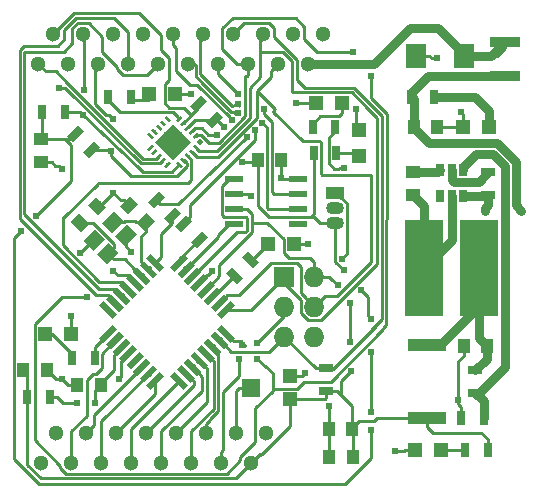
<source format=gbr>
%TF.GenerationSoftware,KiCad,Pcbnew,no-vcs-found-b18601d~60~ubuntu16.04.1*%
%TF.CreationDate,2017-12-04T14:02:50-05:00*%
%TF.ProjectId,as,61732E6B696361645F70636200000000,rev?*%
%TF.SameCoordinates,Original*%
%TF.FileFunction,Copper,L1,Top,Signal*%
%TF.FilePolarity,Positive*%
%FSLAX46Y46*%
G04 Gerber Fmt 4.6, Leading zero omitted, Abs format (unit mm)*
G04 Created by KiCad (PCBNEW no-vcs-found-b18601d~60~ubuntu16.04.1) date Mon Dec  4 14:02:50 2017*
%MOMM*%
%LPD*%
G01*
G04 APERTURE LIST*
%TA.AperFunction,SMDPad,CuDef*%
%ADD10R,1.200000X1.200000*%
%TD*%
%TA.AperFunction,SMDPad,CuDef*%
%ADD11R,1.550000X0.600000*%
%TD*%
%TA.AperFunction,ComponentPad*%
%ADD12C,1.300000*%
%TD*%
%TA.AperFunction,SMDPad,CuDef*%
%ADD13C,0.700000*%
%TD*%
%TA.AperFunction,Conductor*%
%ADD14C,0.100000*%
%TD*%
%TA.AperFunction,ComponentPad*%
%ADD15R,1.727200X1.727200*%
%TD*%
%TA.AperFunction,ComponentPad*%
%ADD16O,1.727200X1.727200*%
%TD*%
%TA.AperFunction,SMDPad,CuDef*%
%ADD17C,0.550000*%
%TD*%
%TA.AperFunction,SMDPad,CuDef*%
%ADD18C,0.230000*%
%TD*%
%TA.AperFunction,SMDPad,CuDef*%
%ADD19C,2.150000*%
%TD*%
%TA.AperFunction,SMDPad,CuDef*%
%ADD20C,0.435000*%
%TD*%
%TA.AperFunction,SMDPad,CuDef*%
%ADD21C,1.200000*%
%TD*%
%TA.AperFunction,SMDPad,CuDef*%
%ADD22R,1.000000X1.250000*%
%TD*%
%TA.AperFunction,SMDPad,CuDef*%
%ADD23C,1.000000*%
%TD*%
%TA.AperFunction,SMDPad,CuDef*%
%ADD24R,1.250000X1.000000*%
%TD*%
%TA.AperFunction,SMDPad,CuDef*%
%ADD25R,1.778000X2.159000*%
%TD*%
%TA.AperFunction,SMDPad,CuDef*%
%ADD26R,2.500000X0.900000*%
%TD*%
%TA.AperFunction,SMDPad,CuDef*%
%ADD27R,3.300000X8.200000*%
%TD*%
%TA.AperFunction,ComponentPad*%
%ADD28O,1.500000X1.070000*%
%TD*%
%TA.AperFunction,ComponentPad*%
%ADD29R,1.500000X1.070000*%
%TD*%
%TA.AperFunction,SMDPad,CuDef*%
%ADD30R,0.700000X1.300000*%
%TD*%
%TA.AperFunction,SMDPad,CuDef*%
%ADD31R,1.300000X0.700000*%
%TD*%
%TA.AperFunction,SMDPad,CuDef*%
%ADD32R,3.200000X1.000000*%
%TD*%
%TA.AperFunction,SMDPad,CuDef*%
%ADD33R,1.500000X1.600000*%
%TD*%
%TA.AperFunction,SMDPad,CuDef*%
%ADD34R,0.650000X1.060000*%
%TD*%
%TA.AperFunction,ViaPad*%
%ADD35C,0.609600*%
%TD*%
%TA.AperFunction,Conductor*%
%ADD36C,0.250000*%
%TD*%
%TA.AperFunction,Conductor*%
%ADD37C,0.254000*%
%TD*%
%TA.AperFunction,Conductor*%
%ADD38C,0.762000*%
%TD*%
G04 APERTURE END LIST*
D10*
%TO.P,D8,1*%
%TO.N,GND*%
X169164000Y-84328000D03*
%TO.P,D8,2*%
%TO.N,Net-(D8-Pad2)*%
X169164000Y-86528000D03*
%TD*%
D11*
%TO.P,U2,1*%
%TO.N,TXCAN*%
X158590000Y-88519000D03*
%TO.P,U2,2*%
%TO.N,GND*%
X158590000Y-89789000D03*
%TO.P,U2,3*%
%TO.N,VCC*%
X158590000Y-91059000D03*
%TO.P,U2,4*%
%TO.N,RXCAN*%
X158590000Y-92329000D03*
%TO.P,U2,5*%
%TO.N,Net-(U2-Pad5)*%
X163990000Y-92329000D03*
%TO.P,U2,6*%
%TO.N,CANL*%
X163990000Y-91059000D03*
%TO.P,U2,7*%
%TO.N,CANH*%
X163990000Y-89789000D03*
%TO.P,U2,8*%
%TO.N,GND*%
X163990000Y-88519000D03*
%TD*%
D10*
%TO.P,D3,2*%
%TO.N,Net-(D3-Pad2)*%
X142580002Y-101600000D03*
%TO.P,D3,1*%
%TO.N,GND*%
X144780000Y-101600000D03*
%TD*%
D12*
%TO.P,J2,5*%
%TO.N,R/W*%
X156210000Y-109982000D03*
%TO.P,J2,3*%
%TO.N,Net-(J2-Pad3)*%
X158750000Y-109982000D03*
%TO.P,J2,1*%
%TO.N,GND*%
X161290000Y-109982000D03*
%TO.P,J2,7*%
%TO.N,DB0*%
X153670000Y-109982000D03*
%TO.P,J2,2*%
%TO.N,VCC*%
X160020000Y-112522000D03*
%TO.P,J2,4*%
%TO.N,RS*%
X157480000Y-112522000D03*
%TO.P,J2,6*%
%TO.N,E*%
X154940000Y-112522000D03*
%TO.P,J2,8*%
%TO.N,DB1*%
X152400000Y-112522000D03*
%TO.P,J2,9*%
%TO.N,DB2*%
X151130000Y-109982000D03*
%TO.P,J2,10*%
%TO.N,DB3*%
X149860000Y-112522000D03*
%TO.P,J2,11*%
%TO.N,DB4*%
X148590000Y-109982000D03*
%TO.P,J2,12*%
%TO.N,DB5*%
X147320000Y-112522000D03*
%TO.P,J2,13*%
%TO.N,DB6*%
X146050000Y-109982000D03*
%TO.P,J2,14*%
%TO.N,DB7*%
X144780000Y-112522000D03*
%TO.P,J2,15*%
%TO.N,VCC*%
X143510000Y-109982000D03*
%TO.P,J2,16*%
%TO.N,GND*%
X142240000Y-112522000D03*
%TD*%
%TO.P,J1,5*%
%TO.N,MISO*%
X161036000Y-76200000D03*
%TO.P,J1,3*%
%TO.N,VCC*%
X163576000Y-76200000D03*
%TO.P,J1,1*%
%TO.N,GND*%
X166115999Y-76200000D03*
%TO.P,J1,7*%
%TO.N,RESET*%
X158496000Y-76200000D03*
%TO.P,J1,2*%
%TO.N,+12V*%
X164846000Y-78740000D03*
%TO.P,J1,4*%
%TO.N,MOSI*%
X162306000Y-78740000D03*
%TO.P,J1,6*%
%TO.N,SCK*%
X159766000Y-78740000D03*
%TO.P,J1,8*%
%TO.N,CANH*%
X157226000Y-78740000D03*
%TO.P,J1,9*%
%TO.N,CANL*%
X155956001Y-76200000D03*
%TO.P,J1,10*%
%TO.N,LED1*%
X154686000Y-78740000D03*
%TO.P,J1,11*%
%TO.N,LED2*%
X153416000Y-76200000D03*
%TO.P,J1,12*%
%TO.N,IMD*%
X152146000Y-78740000D03*
%TO.P,J1,13*%
%TO.N,GND*%
X150876000Y-76200000D03*
%TO.P,J1,14*%
%TO.N,AMS*%
X149606000Y-78740000D03*
%TO.P,J1,15*%
%TO.N,GND*%
X148336000Y-76200000D03*
%TO.P,J1,16*%
%TO.N,SDA*%
X147066000Y-78740000D03*
%TO.P,J1,17*%
%TO.N,SCL*%
X145796000Y-76200000D03*
%TO.P,J1,18*%
%TO.N,INT*%
X144526000Y-78740000D03*
%TO.P,J1,19*%
%TO.N,RST*%
X143255999Y-76200000D03*
%TO.P,J1,20*%
%TO.N,EINT*%
X141986000Y-78740000D03*
%TD*%
D13*
%TO.P,R13,2*%
%TO.N,RST*%
X155538249Y-82132249D03*
D14*
%TD*%
%TO.N,RST*%
%TO.C,R13*%
G36*
X156245356Y-81920117D02*
X155326117Y-82839356D01*
X154831142Y-82344381D01*
X155750381Y-81425142D01*
X156245356Y-81920117D01*
X156245356Y-81920117D01*
G37*
D13*
%TO.P,R13,1*%
%TO.N,+3V3*%
X156881751Y-83475751D03*
D14*
%TD*%
%TO.N,+3V3*%
%TO.C,R13*%
G36*
X157588858Y-83263619D02*
X156669619Y-84182858D01*
X156174644Y-83687883D01*
X157093883Y-82768644D01*
X157588858Y-83263619D01*
X157588858Y-83263619D01*
G37*
D15*
%TO.P,P1,1*%
%TO.N,MISO*%
X162814000Y-96774000D03*
D16*
%TO.P,P1,2*%
%TO.N,VCC*%
X165354000Y-96774000D03*
%TO.P,P1,3*%
%TO.N,SCK*%
X162814000Y-99314000D03*
%TO.P,P1,4*%
%TO.N,MOSI*%
X165354000Y-99314000D03*
%TO.P,P1,5*%
%TO.N,RESET*%
X162814000Y-101853999D03*
%TO.P,P1,6*%
%TO.N,GND*%
X165354000Y-101854000D03*
%TD*%
D17*
%TO.P,IC1,1*%
%TO.N,MISO*%
X157893103Y-99558695D03*
D14*
%TD*%
%TO.N,MISO*%
%TO.C,IC1*%
G36*
X158264334Y-98798555D02*
X158653243Y-99187464D01*
X157521872Y-100318835D01*
X157132963Y-99929926D01*
X158264334Y-98798555D01*
X158264334Y-98798555D01*
G37*
D17*
%TO.P,IC1,2*%
%TO.N,MOSI*%
X157327417Y-98993010D03*
D14*
%TD*%
%TO.N,MOSI*%
%TO.C,IC1*%
G36*
X157698648Y-98232870D02*
X158087557Y-98621779D01*
X156956186Y-99753150D01*
X156567277Y-99364241D01*
X157698648Y-98232870D01*
X157698648Y-98232870D01*
G37*
D17*
%TO.P,IC1,3*%
%TO.N,Net-(IC1-Pad3)*%
X156761732Y-98427324D03*
D14*
%TD*%
%TO.N,Net-(IC1-Pad3)*%
%TO.C,IC1*%
G36*
X157132963Y-97667184D02*
X157521872Y-98056093D01*
X156390501Y-99187464D01*
X156001592Y-98798555D01*
X157132963Y-97667184D01*
X157132963Y-97667184D01*
G37*
D17*
%TO.P,IC1,4*%
%TO.N,VCC*%
X156196047Y-97861639D03*
D14*
%TD*%
%TO.N,VCC*%
%TO.C,IC1*%
G36*
X156567278Y-97101499D02*
X156956187Y-97490408D01*
X155824816Y-98621779D01*
X155435907Y-98232870D01*
X156567278Y-97101499D01*
X156567278Y-97101499D01*
G37*
D17*
%TO.P,IC1,5*%
%TO.N,GND*%
X155630361Y-97295953D03*
D14*
%TD*%
%TO.N,GND*%
%TO.C,IC1*%
G36*
X156001592Y-96535813D02*
X156390501Y-96924722D01*
X155259130Y-98056093D01*
X154870221Y-97667184D01*
X156001592Y-96535813D01*
X156001592Y-96535813D01*
G37*
D17*
%TO.P,IC1,6*%
%TO.N,TXCAN*%
X155064676Y-96730268D03*
D14*
%TD*%
%TO.N,TXCAN*%
%TO.C,IC1*%
G36*
X155435907Y-95970128D02*
X155824816Y-96359037D01*
X154693445Y-97490408D01*
X154304536Y-97101499D01*
X155435907Y-95970128D01*
X155435907Y-95970128D01*
G37*
D17*
%TO.P,IC1,7*%
%TO.N,RXCAN*%
X154498990Y-96164583D03*
D14*
%TD*%
%TO.N,RXCAN*%
%TO.C,IC1*%
G36*
X154870221Y-95404443D02*
X155259130Y-95793352D01*
X154127759Y-96924723D01*
X153738850Y-96535814D01*
X154870221Y-95404443D01*
X154870221Y-95404443D01*
G37*
D17*
%TO.P,IC1,8*%
%TO.N,Net-(IC1-Pad8)*%
X153933305Y-95598897D03*
D14*
%TD*%
%TO.N,Net-(IC1-Pad8)*%
%TO.C,IC1*%
G36*
X154304536Y-94838757D02*
X154693445Y-95227666D01*
X153562074Y-96359037D01*
X153173165Y-95970128D01*
X154304536Y-94838757D01*
X154304536Y-94838757D01*
G37*
D17*
%TO.P,IC1,9*%
%TO.N,Net-(IC1-Pad9)*%
X151882695Y-95598897D03*
D14*
%TD*%
%TO.N,Net-(IC1-Pad9)*%
%TO.C,IC1*%
G36*
X151122555Y-95227666D02*
X151511464Y-94838757D01*
X152642835Y-95970128D01*
X152253926Y-96359037D01*
X151122555Y-95227666D01*
X151122555Y-95227666D01*
G37*
D17*
%TO.P,IC1,10*%
%TO.N,Net-(C5-Pad1)*%
X151317010Y-96164583D03*
D14*
%TD*%
%TO.N,Net-(C5-Pad1)*%
%TO.C,IC1*%
G36*
X150556870Y-95793352D02*
X150945779Y-95404443D01*
X152077150Y-96535814D01*
X151688241Y-96924723D01*
X150556870Y-95793352D01*
X150556870Y-95793352D01*
G37*
D17*
%TO.P,IC1,11*%
%TO.N,Net-(C4-Pad1)*%
X150751324Y-96730268D03*
D14*
%TD*%
%TO.N,Net-(C4-Pad1)*%
%TO.C,IC1*%
G36*
X149991184Y-96359037D02*
X150380093Y-95970128D01*
X151511464Y-97101499D01*
X151122555Y-97490408D01*
X149991184Y-96359037D01*
X149991184Y-96359037D01*
G37*
D17*
%TO.P,IC1,12*%
%TO.N,SCK*%
X150185639Y-97295953D03*
D14*
%TD*%
%TO.N,SCK*%
%TO.C,IC1*%
G36*
X149425499Y-96924722D02*
X149814408Y-96535813D01*
X150945779Y-97667184D01*
X150556870Y-98056093D01*
X149425499Y-96924722D01*
X149425499Y-96924722D01*
G37*
D17*
%TO.P,IC1,13*%
%TO.N,CS*%
X149619953Y-97861639D03*
D14*
%TD*%
%TO.N,CS*%
%TO.C,IC1*%
G36*
X148859813Y-97490408D02*
X149248722Y-97101499D01*
X150380093Y-98232870D01*
X149991184Y-98621779D01*
X148859813Y-97490408D01*
X148859813Y-97490408D01*
G37*
D17*
%TO.P,IC1,14*%
%TO.N,IMD*%
X149054268Y-98427324D03*
D14*
%TD*%
%TO.N,IMD*%
%TO.C,IC1*%
G36*
X148294128Y-98056093D02*
X148683037Y-97667184D01*
X149814408Y-98798555D01*
X149425499Y-99187464D01*
X148294128Y-98056093D01*
X148294128Y-98056093D01*
G37*
D17*
%TO.P,IC1,15*%
%TO.N,AMS*%
X148488583Y-98993010D03*
D14*
%TD*%
%TO.N,AMS*%
%TO.C,IC1*%
G36*
X147728443Y-98621779D02*
X148117352Y-98232870D01*
X149248723Y-99364241D01*
X148859814Y-99753150D01*
X147728443Y-98621779D01*
X147728443Y-98621779D01*
G37*
D17*
%TO.P,IC1,16*%
%TO.N,Net-(IC1-Pad16)*%
X147922897Y-99558695D03*
D14*
%TD*%
%TO.N,Net-(IC1-Pad16)*%
%TO.C,IC1*%
G36*
X147162757Y-99187464D02*
X147551666Y-98798555D01*
X148683037Y-99929926D01*
X148294128Y-100318835D01*
X147162757Y-99187464D01*
X147162757Y-99187464D01*
G37*
D17*
%TO.P,IC1,17*%
%TO.N,Net-(IC1-Pad17)*%
X147922897Y-101609305D03*
D14*
%TD*%
%TO.N,Net-(IC1-Pad17)*%
%TO.C,IC1*%
G36*
X148294128Y-100849165D02*
X148683037Y-101238074D01*
X147551666Y-102369445D01*
X147162757Y-101980536D01*
X148294128Y-100849165D01*
X148294128Y-100849165D01*
G37*
D17*
%TO.P,IC1,18*%
%TO.N,DB7*%
X148488583Y-102174990D03*
D14*
%TD*%
%TO.N,DB7*%
%TO.C,IC1*%
G36*
X148859814Y-101414850D02*
X149248723Y-101803759D01*
X148117352Y-102935130D01*
X147728443Y-102546221D01*
X148859814Y-101414850D01*
X148859814Y-101414850D01*
G37*
D17*
%TO.P,IC1,19*%
%TO.N,Net-(C2-Pad1)*%
X149054268Y-102740676D03*
D14*
%TD*%
%TO.N,Net-(C2-Pad1)*%
%TO.C,IC1*%
G36*
X149425499Y-101980536D02*
X149814408Y-102369445D01*
X148683037Y-103500816D01*
X148294128Y-103111907D01*
X149425499Y-101980536D01*
X149425499Y-101980536D01*
G37*
D17*
%TO.P,IC1,20*%
%TO.N,GND*%
X149619953Y-103306361D03*
D14*
%TD*%
%TO.N,GND*%
%TO.C,IC1*%
G36*
X149991184Y-102546221D02*
X150380093Y-102935130D01*
X149248722Y-104066501D01*
X148859813Y-103677592D01*
X149991184Y-102546221D01*
X149991184Y-102546221D01*
G37*
D17*
%TO.P,IC1,21*%
%TO.N,Net-(IC1-Pad21)*%
X150185639Y-103872047D03*
D14*
%TD*%
%TO.N,Net-(IC1-Pad21)*%
%TO.C,IC1*%
G36*
X150556870Y-103111907D02*
X150945779Y-103500816D01*
X149814408Y-104632187D01*
X149425499Y-104243278D01*
X150556870Y-103111907D01*
X150556870Y-103111907D01*
G37*
D17*
%TO.P,IC1,22*%
%TO.N,DB6*%
X150751324Y-104437732D03*
D14*
%TD*%
%TO.N,DB6*%
%TO.C,IC1*%
G36*
X151122555Y-103677592D02*
X151511464Y-104066501D01*
X150380093Y-105197872D01*
X149991184Y-104808963D01*
X151122555Y-103677592D01*
X151122555Y-103677592D01*
G37*
D17*
%TO.P,IC1,23*%
%TO.N,DB5*%
X151317010Y-105003417D03*
D14*
%TD*%
%TO.N,DB5*%
%TO.C,IC1*%
G36*
X151688241Y-104243277D02*
X152077150Y-104632186D01*
X150945779Y-105763557D01*
X150556870Y-105374648D01*
X151688241Y-104243277D01*
X151688241Y-104243277D01*
G37*
D17*
%TO.P,IC1,24*%
%TO.N,DB4*%
X151882695Y-105569103D03*
D14*
%TD*%
%TO.N,DB4*%
%TO.C,IC1*%
G36*
X152253926Y-104808963D02*
X152642835Y-105197872D01*
X151511464Y-106329243D01*
X151122555Y-105940334D01*
X152253926Y-104808963D01*
X152253926Y-104808963D01*
G37*
D17*
%TO.P,IC1,25*%
%TO.N,DB3*%
X153933305Y-105569103D03*
D14*
%TD*%
%TO.N,DB3*%
%TO.C,IC1*%
G36*
X153173165Y-105197872D02*
X153562074Y-104808963D01*
X154693445Y-105940334D01*
X154304536Y-106329243D01*
X153173165Y-105197872D01*
X153173165Y-105197872D01*
G37*
D17*
%TO.P,IC1,26*%
%TO.N,DB2*%
X154498990Y-105003417D03*
D14*
%TD*%
%TO.N,DB2*%
%TO.C,IC1*%
G36*
X153738850Y-104632186D02*
X154127759Y-104243277D01*
X155259130Y-105374648D01*
X154870221Y-105763557D01*
X153738850Y-104632186D01*
X153738850Y-104632186D01*
G37*
D17*
%TO.P,IC1,27*%
%TO.N,DB1*%
X155064676Y-104437732D03*
D14*
%TD*%
%TO.N,DB1*%
%TO.C,IC1*%
G36*
X154304536Y-104066501D02*
X154693445Y-103677592D01*
X155824816Y-104808963D01*
X155435907Y-105197872D01*
X154304536Y-104066501D01*
X154304536Y-104066501D01*
G37*
D17*
%TO.P,IC1,28*%
%TO.N,DB0*%
X155630361Y-103872047D03*
D14*
%TD*%
%TO.N,DB0*%
%TO.C,IC1*%
G36*
X154870221Y-103500816D02*
X155259130Y-103111907D01*
X156390501Y-104243278D01*
X156001592Y-104632187D01*
X154870221Y-103500816D01*
X154870221Y-103500816D01*
G37*
D17*
%TO.P,IC1,29*%
%TO.N,E*%
X156196047Y-103306361D03*
D14*
%TD*%
%TO.N,E*%
%TO.C,IC1*%
G36*
X155435907Y-102935130D02*
X155824816Y-102546221D01*
X156956187Y-103677592D01*
X156567278Y-104066501D01*
X155435907Y-102935130D01*
X155435907Y-102935130D01*
G37*
D17*
%TO.P,IC1,30*%
%TO.N,R/W*%
X156761732Y-102740676D03*
D14*
%TD*%
%TO.N,R/W*%
%TO.C,IC1*%
G36*
X156001592Y-102369445D02*
X156390501Y-101980536D01*
X157521872Y-103111907D01*
X157132963Y-103500816D01*
X156001592Y-102369445D01*
X156001592Y-102369445D01*
G37*
D17*
%TO.P,IC1,31*%
%TO.N,RESET*%
X157327417Y-102174990D03*
D14*
%TD*%
%TO.N,RESET*%
%TO.C,IC1*%
G36*
X156567277Y-101803759D02*
X156956186Y-101414850D01*
X158087557Y-102546221D01*
X157698648Y-102935130D01*
X156567277Y-101803759D01*
X156567277Y-101803759D01*
G37*
D17*
%TO.P,IC1,32*%
%TO.N,RS*%
X157893103Y-101609305D03*
D14*
%TD*%
%TO.N,RS*%
%TO.C,IC1*%
G36*
X157132963Y-101238074D02*
X157521872Y-100849165D01*
X158653243Y-101980536D01*
X158264334Y-102369445D01*
X157132963Y-101238074D01*
X157132963Y-101238074D01*
G37*
D10*
%TO.P,D2,1*%
%TO.N,GND*%
X163659999Y-93980000D03*
%TO.P,D2,2*%
%TO.N,Net-(D2-Pad2)*%
X161460001Y-93980000D03*
%TD*%
D18*
%TO.P,U3,1*%
%TO.N,SCK*%
X155342866Y-84831348D03*
D14*
%TD*%
%TO.N,SCK*%
%TO.C,U3*%
G36*
X155456003Y-84555576D02*
X155618638Y-84718211D01*
X155229729Y-85107120D01*
X155067094Y-84944485D01*
X155456003Y-84555576D01*
X155456003Y-84555576D01*
G37*
D18*
%TO.P,U3,2*%
%TO.N,GND*%
X154989313Y-84477794D03*
D14*
%TD*%
%TO.N,GND*%
%TO.C,U3*%
G36*
X155102450Y-84202022D02*
X155265085Y-84364657D01*
X154876176Y-84753566D01*
X154713541Y-84590931D01*
X155102450Y-84202022D01*
X155102450Y-84202022D01*
G37*
D18*
%TO.P,U3,3*%
%TO.N,+3V3*%
X154635759Y-84124241D03*
D14*
%TD*%
%TO.N,+3V3*%
%TO.C,U3*%
G36*
X154748896Y-83848469D02*
X154911531Y-84011104D01*
X154522622Y-84400013D01*
X154359987Y-84237378D01*
X154748896Y-83848469D01*
X154748896Y-83848469D01*
G37*
D18*
%TO.P,U3,4*%
%TO.N,RST*%
X154282206Y-83770687D03*
D14*
%TD*%
%TO.N,RST*%
%TO.C,U3*%
G36*
X154395343Y-83494915D02*
X154557978Y-83657550D01*
X154169069Y-84046459D01*
X154006434Y-83883824D01*
X154395343Y-83494915D01*
X154395343Y-83494915D01*
G37*
D18*
%TO.P,U3,5*%
%TO.N,GPIO_0*%
X153928652Y-83417134D03*
D14*
%TD*%
%TO.N,GPIO_0*%
%TO.C,U3*%
G36*
X154041789Y-83141362D02*
X154204424Y-83303997D01*
X153815515Y-83692906D01*
X153652880Y-83530271D01*
X154041789Y-83141362D01*
X154041789Y-83141362D01*
G37*
D18*
%TO.P,U3,6*%
%TO.N,Net-(U3-Pad6)*%
X152903348Y-83417134D03*
D14*
%TD*%
%TO.N,Net-(U3-Pad6)*%
%TO.C,U3*%
G36*
X152790211Y-83141362D02*
X153179120Y-83530271D01*
X153016485Y-83692906D01*
X152627576Y-83303997D01*
X152790211Y-83141362D01*
X152790211Y-83141362D01*
G37*
D18*
%TO.P,U3,7*%
%TO.N,Net-(U3-Pad7)*%
X152549794Y-83770687D03*
D14*
%TD*%
%TO.N,Net-(U3-Pad7)*%
%TO.C,U3*%
G36*
X152436657Y-83494915D02*
X152825566Y-83883824D01*
X152662931Y-84046459D01*
X152274022Y-83657550D01*
X152436657Y-83494915D01*
X152436657Y-83494915D01*
G37*
D18*
%TO.P,U3,8*%
%TO.N,Net-(U3-Pad8)*%
X152196241Y-84124241D03*
D14*
%TD*%
%TO.N,Net-(U3-Pad8)*%
%TO.C,U3*%
G36*
X152083104Y-83848469D02*
X152472013Y-84237378D01*
X152309378Y-84400013D01*
X151920469Y-84011104D01*
X152083104Y-83848469D01*
X152083104Y-83848469D01*
G37*
D18*
%TO.P,U3,9*%
%TO.N,Net-(U3-Pad9)*%
X151842687Y-84477794D03*
D14*
%TD*%
%TO.N,Net-(U3-Pad9)*%
%TO.C,U3*%
G36*
X151729550Y-84202022D02*
X152118459Y-84590931D01*
X151955824Y-84753566D01*
X151566915Y-84364657D01*
X151729550Y-84202022D01*
X151729550Y-84202022D01*
G37*
D18*
%TO.P,U3,10*%
%TO.N,Net-(U3-Pad10)*%
X151489134Y-84831348D03*
D14*
%TD*%
%TO.N,Net-(U3-Pad10)*%
%TO.C,U3*%
G36*
X151375997Y-84555576D02*
X151764906Y-84944485D01*
X151602271Y-85107120D01*
X151213362Y-84718211D01*
X151375997Y-84555576D01*
X151375997Y-84555576D01*
G37*
D18*
%TO.P,U3,11*%
%TO.N,Net-(U3-Pad11)*%
X151489134Y-85856652D03*
D14*
%TD*%
%TO.N,Net-(U3-Pad11)*%
%TO.C,U3*%
G36*
X151602271Y-85580880D02*
X151764906Y-85743515D01*
X151375997Y-86132424D01*
X151213362Y-85969789D01*
X151602271Y-85580880D01*
X151602271Y-85580880D01*
G37*
D18*
%TO.P,U3,12*%
%TO.N,Net-(U3-Pad12)*%
X151842687Y-86210206D03*
D14*
%TD*%
%TO.N,Net-(U3-Pad12)*%
%TO.C,U3*%
G36*
X151955824Y-85934434D02*
X152118459Y-86097069D01*
X151729550Y-86485978D01*
X151566915Y-86323343D01*
X151955824Y-85934434D01*
X151955824Y-85934434D01*
G37*
D18*
%TO.P,U3,13*%
%TO.N,EINT*%
X152196241Y-86563759D03*
D14*
%TD*%
%TO.N,EINT*%
%TO.C,U3*%
G36*
X152309378Y-86287987D02*
X152472013Y-86450622D01*
X152083104Y-86839531D01*
X151920469Y-86676896D01*
X152309378Y-86287987D01*
X152309378Y-86287987D01*
G37*
D18*
%TO.P,U3,14*%
%TO.N,INT*%
X152549794Y-86917313D03*
D14*
%TD*%
%TO.N,INT*%
%TO.C,U3*%
G36*
X152662931Y-86641541D02*
X152825566Y-86804176D01*
X152436657Y-87193085D01*
X152274022Y-87030450D01*
X152662931Y-86641541D01*
X152662931Y-86641541D01*
G37*
D18*
%TO.P,U3,15*%
%TO.N,Net-(U3-Pad15)*%
X152903348Y-87270866D03*
D14*
%TD*%
%TO.N,Net-(U3-Pad15)*%
%TO.C,U3*%
G36*
X153016485Y-86995094D02*
X153179120Y-87157729D01*
X152790211Y-87546638D01*
X152627576Y-87384003D01*
X153016485Y-86995094D01*
X153016485Y-86995094D01*
G37*
D18*
%TO.P,U3,16*%
%TO.N,SCL*%
X153928652Y-87270866D03*
D14*
%TD*%
%TO.N,SCL*%
%TO.C,U3*%
G36*
X153815515Y-86995094D02*
X154204424Y-87384003D01*
X154041789Y-87546638D01*
X153652880Y-87157729D01*
X153815515Y-86995094D01*
X153815515Y-86995094D01*
G37*
D18*
%TO.P,U3,17*%
%TO.N,SDA*%
X154282206Y-86917313D03*
D14*
%TD*%
%TO.N,SDA*%
%TO.C,U3*%
G36*
X154169069Y-86641541D02*
X154557978Y-87030450D01*
X154395343Y-87193085D01*
X154006434Y-86804176D01*
X154169069Y-86641541D01*
X154169069Y-86641541D01*
G37*
D18*
%TO.P,U3,18*%
%TO.N,CS*%
X154635759Y-86563759D03*
D14*
%TD*%
%TO.N,CS*%
%TO.C,U3*%
G36*
X154522622Y-86287987D02*
X154911531Y-86676896D01*
X154748896Y-86839531D01*
X154359987Y-86450622D01*
X154522622Y-86287987D01*
X154522622Y-86287987D01*
G37*
D18*
%TO.P,U3,19*%
%TO.N,MOSI*%
X154989313Y-86210206D03*
D14*
%TD*%
%TO.N,MOSI*%
%TO.C,U3*%
G36*
X154876176Y-85934434D02*
X155265085Y-86323343D01*
X155102450Y-86485978D01*
X154713541Y-86097069D01*
X154876176Y-85934434D01*
X154876176Y-85934434D01*
G37*
D18*
%TO.P,U3,20*%
%TO.N,MISO*%
X155342866Y-85856652D03*
D14*
%TD*%
%TO.N,MISO*%
%TO.C,U3*%
G36*
X155229729Y-85580880D02*
X155618638Y-85969789D01*
X155456003Y-86132424D01*
X155067094Y-85743515D01*
X155229729Y-85580880D01*
X155229729Y-85580880D01*
G37*
D19*
%TO.P,U3,GND*%
%TO.N,GND*%
X153416000Y-85344000D03*
D14*
%TD*%
%TO.N,GND*%
%TO.C,U3*%
G36*
X153416000Y-83823720D02*
X154936280Y-85344000D01*
X153416000Y-86864280D01*
X151895720Y-85344000D01*
X153416000Y-83823720D01*
X153416000Y-83823720D01*
G37*
D20*
%TO.P,U3,*%
%TO.N,*%
X155682277Y-85344000D03*
D14*
%TD*%
%TO.N,*%
%TO.C,U3*%
G36*
X155682277Y-85036409D02*
X155989868Y-85344000D01*
X155682277Y-85651591D01*
X155374686Y-85344000D01*
X155682277Y-85036409D01*
X155682277Y-85036409D01*
G37*
D10*
%TO.P,D6,2*%
%TO.N,Net-(D6-Pad2)*%
X151384000Y-81280000D03*
%TO.P,D6,1*%
%TO.N,GND*%
X153584000Y-81280000D03*
%TD*%
D21*
%TO.P,Y1,1*%
%TO.N,Net-(C4-Pad1)*%
X147869868Y-94815503D03*
D14*
%TD*%
%TO.N,Net-(C4-Pad1)*%
%TO.C,Y1*%
G36*
X147799157Y-95734742D02*
X146950629Y-94886214D01*
X147940579Y-93896264D01*
X148789107Y-94744792D01*
X147799157Y-95734742D01*
X147799157Y-95734742D01*
G37*
D21*
%TO.P,Y1,2*%
%TO.N,GND*%
X149425503Y-93259868D03*
D14*
%TD*%
%TO.N,GND*%
%TO.C,Y1*%
G36*
X149354792Y-94179107D02*
X148506264Y-93330579D01*
X149496214Y-92340629D01*
X150344742Y-93189157D01*
X149354792Y-94179107D01*
X149354792Y-94179107D01*
G37*
D21*
%TO.P,Y1,3*%
%TO.N,Net-(C5-Pad1)*%
X148294132Y-92128497D03*
D14*
%TD*%
%TO.N,Net-(C5-Pad1)*%
%TO.C,Y1*%
G36*
X148223421Y-93047736D02*
X147374893Y-92199208D01*
X148364843Y-91209258D01*
X149213371Y-92057786D01*
X148223421Y-93047736D01*
X148223421Y-93047736D01*
G37*
D21*
%TO.P,Y1,4*%
%TO.N,GND*%
X146738497Y-93684132D03*
D14*
%TD*%
%TO.N,GND*%
%TO.C,Y1*%
G36*
X146667786Y-94603371D02*
X145819258Y-93754843D01*
X146809208Y-92764893D01*
X147657736Y-93613421D01*
X146667786Y-94603371D01*
X146667786Y-94603371D01*
G37*
D22*
%TO.P,C1,1*%
%TO.N,VCC*%
X140732000Y-104648000D03*
%TO.P,C1,2*%
%TO.N,GND*%
X142732000Y-104648000D03*
%TD*%
%TO.P,C2,1*%
%TO.N,Net-(C2-Pad1)*%
X147304000Y-105918000D03*
%TO.P,C2,2*%
%TO.N,GND*%
X145304000Y-105918000D03*
%TD*%
%TO.P,C3,2*%
%TO.N,GND*%
X175768000Y-84074000D03*
%TO.P,C3,1*%
%TO.N,Net-(C3-Pad1)*%
X173768000Y-84074000D03*
%TD*%
D23*
%TO.P,C4,1*%
%TO.N,Net-(C4-Pad1)*%
X145542000Y-92202000D03*
D14*
%TD*%
%TO.N,Net-(C4-Pad1)*%
%TO.C,C4*%
G36*
X145630388Y-92997495D02*
X144746505Y-92113612D01*
X145453612Y-91406505D01*
X146337495Y-92290388D01*
X145630388Y-92997495D01*
X145630388Y-92997495D01*
G37*
D23*
%TO.P,C4,2*%
%TO.N,GND*%
X146956214Y-90787786D03*
D14*
%TD*%
%TO.N,GND*%
%TO.C,C4*%
G36*
X147044602Y-91583281D02*
X146160719Y-90699398D01*
X146867826Y-89992291D01*
X147751709Y-90876174D01*
X147044602Y-91583281D01*
X147044602Y-91583281D01*
G37*
D23*
%TO.P,C5,2*%
%TO.N,GND*%
X149660893Y-90732893D03*
D14*
%TD*%
%TO.N,GND*%
%TO.C,C5*%
G36*
X150456388Y-90644505D02*
X149572505Y-91528388D01*
X148865398Y-90821281D01*
X149749281Y-89937398D01*
X150456388Y-90644505D01*
X150456388Y-90644505D01*
G37*
D23*
%TO.P,C5,1*%
%TO.N,Net-(C5-Pad1)*%
X151075107Y-92147107D03*
D14*
%TD*%
%TO.N,Net-(C5-Pad1)*%
%TO.C,C5*%
G36*
X151870602Y-92058719D02*
X150986719Y-92942602D01*
X150279612Y-92235495D01*
X151163495Y-91351612D01*
X151870602Y-92058719D01*
X151870602Y-92058719D01*
G37*
D24*
%TO.P,C6,2*%
%TO.N,Net-(C6-Pad2)*%
X173736000Y-89900000D03*
%TO.P,C6,1*%
%TO.N,Net-(C6-Pad1)*%
X173736000Y-87900000D03*
%TD*%
D22*
%TO.P,C7,2*%
%TO.N,GND*%
X177993796Y-102608342D03*
%TO.P,C7,1*%
%TO.N,Net-(C7-Pad1)*%
X179993796Y-102608342D03*
%TD*%
%TO.P,C8,1*%
%TO.N,VCC*%
X168640000Y-112014000D03*
%TO.P,C8,2*%
%TO.N,GND*%
X166640000Y-112014000D03*
%TD*%
%TO.P,C9,2*%
%TO.N,GND*%
X166580466Y-109696262D03*
%TO.P,C9,1*%
%TO.N,VCC*%
X168580466Y-109696262D03*
%TD*%
%TO.P,C10,1*%
%TO.N,+3V3*%
X160560000Y-86868000D03*
%TO.P,C10,2*%
%TO.N,GND*%
X162560000Y-86868000D03*
%TD*%
D24*
%TO.P,C11,1*%
%TO.N,+3V3*%
X142240000Y-85106000D03*
%TO.P,C11,2*%
%TO.N,GND*%
X142240000Y-87106000D03*
%TD*%
D10*
%TO.P,D1,2*%
%TO.N,Net-(D1-Pad2)*%
X180170000Y-84074000D03*
%TO.P,D1,1*%
%TO.N,GND*%
X177970000Y-84074000D03*
%TD*%
%TO.P,D4,2*%
%TO.N,Net-(D4-Pad2)*%
X176098545Y-111447295D03*
%TO.P,D4,1*%
%TO.N,GND*%
X173898545Y-111447295D03*
%TD*%
D25*
%TO.P,D5,2*%
%TO.N,GND*%
X173990000Y-78105000D03*
%TO.P,D5,1*%
%TO.N,+12V*%
X178054000Y-78105000D03*
%TD*%
D10*
%TO.P,D7,1*%
%TO.N,GND*%
X165524000Y-82042000D03*
%TO.P,D7,2*%
%TO.N,Net-(D7-Pad2)*%
X167724000Y-82042000D03*
%TD*%
D26*
%TO.P,F1,1*%
%TO.N,+12V*%
X181483000Y-76909000D03*
%TO.P,F1,2*%
%TO.N,Net-(C3-Pad1)*%
X181483000Y-79809000D03*
%TD*%
D27*
%TO.P,L1,1*%
%TO.N,Net-(C6-Pad2)*%
X174624000Y-96012000D03*
%TO.P,L1,2*%
%TO.N,Net-(C7-Pad1)*%
X179324000Y-96012000D03*
%TD*%
D28*
%TO.P,Q1,2*%
%TO.N,GND*%
X167132000Y-90932000D03*
%TO.P,Q1,3*%
%TO.N,+3V3*%
X167132000Y-92202000D03*
D29*
%TO.P,Q1,1*%
%TO.N,VCC*%
X167132000Y-89662000D03*
%TD*%
D30*
%TO.P,R1,1*%
%TO.N,VCC*%
X141036000Y-106934000D03*
%TO.P,R1,2*%
%TO.N,Net-(C2-Pad1)*%
X142936000Y-106934000D03*
%TD*%
%TO.P,R2,1*%
%TO.N,Net-(C3-Pad1)*%
X173548000Y-81534000D03*
%TO.P,R2,2*%
%TO.N,Net-(D1-Pad2)*%
X175448000Y-81534000D03*
%TD*%
D31*
%TO.P,R3,2*%
%TO.N,Net-(R3-Pad2)*%
X180086000Y-87950000D03*
%TO.P,R3,1*%
%TO.N,Net-(C3-Pad1)*%
X180086000Y-89850000D03*
%TD*%
D30*
%TO.P,R4,2*%
%TO.N,Net-(IC1-Pad17)*%
X146745999Y-103632000D03*
%TO.P,R4,1*%
%TO.N,Net-(D3-Pad2)*%
X144846001Y-103632000D03*
%TD*%
D13*
%TO.P,R5,1*%
%TO.N,Net-(D2-Pad2)*%
X159929751Y-95340249D03*
D14*
%TD*%
%TO.N,Net-(D2-Pad2)*%
%TO.C,R5*%
G36*
X159717619Y-94633142D02*
X160636858Y-95552381D01*
X160141883Y-96047356D01*
X159222644Y-95128117D01*
X159717619Y-94633142D01*
X159717619Y-94633142D01*
G37*
D13*
%TO.P,R5,2*%
%TO.N,Net-(IC1-Pad3)*%
X158586249Y-96683751D03*
D14*
%TD*%
%TO.N,Net-(IC1-Pad3)*%
%TO.C,R5*%
G36*
X158374117Y-95976644D02*
X159293356Y-96895883D01*
X158798381Y-97390858D01*
X157879142Y-96471619D01*
X158374117Y-95976644D01*
X158374117Y-95976644D01*
G37*
D31*
%TO.P,R6,2*%
%TO.N,RESET*%
X166370000Y-104526002D03*
%TO.P,R6,1*%
%TO.N,VCC*%
X166370000Y-106426000D03*
%TD*%
D13*
%TO.P,R7,1*%
%TO.N,LED2*%
X151982249Y-90260249D03*
D14*
%TD*%
%TO.N,LED2*%
%TO.C,R7*%
G36*
X151275142Y-90472381D02*
X152194381Y-89553142D01*
X152689356Y-90048117D01*
X151770117Y-90967356D01*
X151275142Y-90472381D01*
X151275142Y-90472381D01*
G37*
D13*
%TO.P,R7,2*%
%TO.N,Net-(IC1-Pad9)*%
X153325751Y-91603751D03*
D14*
%TD*%
%TO.N,Net-(IC1-Pad9)*%
%TO.C,R7*%
G36*
X152618644Y-91815883D02*
X153537883Y-90896644D01*
X154032858Y-91391619D01*
X153113619Y-92310858D01*
X152618644Y-91815883D01*
X152618644Y-91815883D01*
G37*
D13*
%TO.P,R8,2*%
%TO.N,Net-(IC1-Pad8)*%
X155611751Y-93635751D03*
D14*
%TD*%
%TO.N,Net-(IC1-Pad8)*%
%TO.C,R8*%
G36*
X154904644Y-93847883D02*
X155823883Y-92928644D01*
X156318858Y-93423619D01*
X155399619Y-94342858D01*
X154904644Y-93847883D01*
X154904644Y-93847883D01*
G37*
D13*
%TO.P,R8,1*%
%TO.N,LED1*%
X154268249Y-92292249D03*
D14*
%TD*%
%TO.N,LED1*%
%TO.C,R8*%
G36*
X153561142Y-92504381D02*
X154480381Y-91585142D01*
X154975356Y-92080117D01*
X154056117Y-92999356D01*
X153561142Y-92504381D01*
X153561142Y-92504381D01*
G37*
D30*
%TO.P,R9,2*%
%TO.N,GND*%
X177789796Y-108704342D03*
%TO.P,R9,1*%
%TO.N,Net-(R10-Pad1)*%
X179689796Y-108704342D03*
%TD*%
D31*
%TO.P,R10,1*%
%TO.N,Net-(R10-Pad1)*%
X178993796Y-106606342D03*
%TO.P,R10,2*%
%TO.N,Net-(C7-Pad1)*%
X178993796Y-104706342D03*
%TD*%
D32*
%TO.P,R11,1*%
%TO.N,VCC*%
X174929796Y-108756342D03*
%TO.P,R11,2*%
%TO.N,Net-(C7-Pad1)*%
X174929796Y-102556342D03*
%TD*%
D30*
%TO.P,R12,1*%
%TO.N,VCC*%
X180020000Y-111447295D03*
%TO.P,R12,2*%
%TO.N,Net-(D4-Pad2)*%
X178120000Y-111447295D03*
%TD*%
%TO.P,R14,1*%
%TO.N,SCL*%
X144206000Y-82804000D03*
%TO.P,R14,2*%
%TO.N,+3V3*%
X142306000Y-82804000D03*
%TD*%
D13*
%TO.P,R15,2*%
%TO.N,SDA*%
X146467751Y-86015751D03*
D14*
%TD*%
%TO.N,SDA*%
%TO.C,R15*%
G36*
X145760644Y-86227883D02*
X146679883Y-85308644D01*
X147174858Y-85803619D01*
X146255619Y-86722858D01*
X145760644Y-86227883D01*
X145760644Y-86227883D01*
G37*
D13*
%TO.P,R15,1*%
%TO.N,+3V3*%
X145124249Y-84672249D03*
D14*
%TD*%
%TO.N,+3V3*%
%TO.C,R15*%
G36*
X144417142Y-84884381D02*
X145336381Y-83965142D01*
X145831356Y-84460117D01*
X144912117Y-85379356D01*
X144417142Y-84884381D01*
X144417142Y-84884381D01*
G37*
D30*
%TO.P,R16,1*%
%TO.N,GPIO_0*%
X147894001Y-81534000D03*
%TO.P,R16,2*%
%TO.N,Net-(D6-Pad2)*%
X149793999Y-81534000D03*
%TD*%
%TO.P,R17,2*%
%TO.N,Net-(D7-Pad2)*%
X165229873Y-84127135D03*
%TO.P,R17,1*%
%TO.N,VCC*%
X167129873Y-84127135D03*
%TD*%
%TO.P,R18,1*%
%TO.N,+3V3*%
X165290873Y-86286135D03*
%TO.P,R18,2*%
%TO.N,Net-(D8-Pad2)*%
X167190873Y-86286135D03*
%TD*%
D10*
%TO.P,RV1,3*%
%TO.N,GND*%
X163270000Y-105172000D03*
D33*
%TO.P,RV1,2*%
%TO.N,Net-(J2-Pad3)*%
X160020000Y-106172000D03*
D10*
%TO.P,RV1,1*%
%TO.N,VCC*%
X163270000Y-107172000D03*
%TD*%
D34*
%TO.P,U1,1*%
%TO.N,GND*%
X176022000Y-89916000D03*
%TO.P,U1,2*%
%TO.N,Net-(C6-Pad2)*%
X176972000Y-89916000D03*
%TO.P,U1,3*%
%TO.N,Net-(C3-Pad1)*%
X177922000Y-89916000D03*
%TO.P,U1,4*%
%TO.N,Net-(R10-Pad1)*%
X177922000Y-87716000D03*
%TO.P,U1,6*%
%TO.N,Net-(C6-Pad1)*%
X176022000Y-87716000D03*
%TO.P,U1,5*%
%TO.N,Net-(R3-Pad2)*%
X176972000Y-87716000D03*
%TD*%
D35*
%TO.N,VCC*%
X167714200Y-95250000D03*
X167894000Y-87555800D03*
X167894000Y-87555800D03*
X168486340Y-104732340D03*
X168369908Y-102329908D03*
X168402000Y-98983052D03*
X167355322Y-97505322D03*
X167355322Y-97505322D03*
%TO.N,GND*%
X177546000Y-107188000D03*
X153416000Y-85344000D03*
X177800000Y-82804000D03*
X164846000Y-93980000D03*
X159975800Y-89916000D03*
X162560000Y-88392000D03*
X144780000Y-100076000D03*
X144018000Y-105410000D03*
X156718000Y-96266000D03*
X154940000Y-81280000D03*
X157129555Y-84739556D03*
X148844000Y-105410000D03*
X166624000Y-107696000D03*
X164592000Y-104902000D03*
X145542000Y-94742000D03*
X144018000Y-87630000D03*
X149860000Y-94642893D03*
X148336000Y-89662000D03*
X175768000Y-78232000D03*
X168910000Y-82550000D03*
X163830000Y-82042000D03*
X172212000Y-111506000D03*
%TO.N,Net-(C2-Pad1)*%
X146812000Y-107442000D03*
X145288000Y-107442000D03*
%TO.N,Net-(C3-Pad1)*%
X182880000Y-91186000D03*
X179832000Y-91186000D03*
%TO.N,+3V3*%
X140558322Y-92867678D03*
X167832644Y-96204644D03*
X167832644Y-96204644D03*
X169278433Y-97904433D03*
X170180000Y-100330000D03*
X170180000Y-100330000D03*
X170180000Y-103124000D03*
X170180000Y-108204000D03*
X170180000Y-109728000D03*
X170180000Y-109728000D03*
X170180000Y-109728000D03*
X141809303Y-91616697D03*
X159233393Y-87097393D03*
X157734000Y-84074000D03*
%TO.N,SCK*%
X170180000Y-79756000D03*
X168656000Y-77724000D03*
X146118598Y-98483402D03*
X146118598Y-98483402D03*
X160528000Y-102362000D03*
X160528000Y-102362000D03*
X160528000Y-103701400D03*
X148336000Y-96266000D03*
%TO.N,RS*%
X159004000Y-103701400D03*
X159004000Y-103701400D03*
X159258000Y-102546600D03*
%TO.N,CANH*%
X161105400Y-82550000D03*
X161105400Y-82550000D03*
X158934600Y-81280000D03*
X158934600Y-81280000D03*
%TO.N,CANL*%
X160929692Y-83720355D03*
X158934600Y-82144681D03*
%TO.N,LED1*%
X158884945Y-82895442D03*
X160298023Y-84352023D03*
%TO.N,LED2*%
X158404363Y-83474363D03*
X159690309Y-84959738D03*
%TO.N,SDA*%
X148290353Y-83395077D03*
X148180232Y-86166650D03*
%TO.N,SCL*%
X145853830Y-80968170D03*
X145768716Y-83085284D03*
%TO.N,INT*%
X143764000Y-80772000D03*
%TD*%
D36*
%TO.N,VCC*%
X168159410Y-94730590D02*
X167714200Y-95250000D01*
X167640000Y-95250000D02*
X167714200Y-95250000D01*
X167132000Y-89662000D02*
X167589590Y-90119590D01*
X167589590Y-90119590D02*
X167683511Y-90119590D01*
X167683511Y-90119590D02*
X168159410Y-90595489D01*
X168159410Y-90595489D02*
X168159410Y-94730590D01*
X167035416Y-87630000D02*
X167894000Y-87555800D01*
X167894000Y-87630000D02*
X167894000Y-87555800D01*
X167129873Y-84127135D02*
X167129873Y-84427135D01*
X167129873Y-84427135D02*
X166563472Y-84993536D01*
X166563472Y-84993536D02*
X166563472Y-87158056D01*
X166563472Y-87158056D02*
X167035416Y-87630000D01*
X167129873Y-84127135D02*
X167185135Y-84127135D01*
X166624000Y-96774000D02*
X166878000Y-97028000D01*
X166878000Y-97028000D02*
X167355322Y-97505322D01*
X167640000Y-106796000D02*
X168580466Y-107736466D01*
X167640000Y-106796000D02*
X167640000Y-105578680D01*
X167270000Y-106426000D02*
X167640000Y-106796000D01*
X167640000Y-105578680D02*
X168486340Y-104732340D01*
X168402000Y-102108000D02*
X168402000Y-102297816D01*
X168402000Y-102297816D02*
X168369908Y-102329908D01*
X168402000Y-98983052D02*
X168402000Y-102108000D01*
X167386000Y-97536000D02*
X167355322Y-97505322D01*
X165354000Y-96774000D02*
X166624000Y-96774000D01*
X160044811Y-92202000D02*
X160044811Y-91488811D01*
X165354000Y-95552686D02*
X165354000Y-96774000D01*
X160044811Y-93017604D02*
X160044811Y-92202000D01*
X160044811Y-92202000D02*
X161381323Y-92202000D01*
X161381323Y-92202000D02*
X162782598Y-93603275D01*
X162782598Y-93603275D02*
X162782598Y-94801921D01*
X162782598Y-94801921D02*
X163209267Y-95228590D01*
X163209267Y-95228590D02*
X165029904Y-95228590D01*
X165029904Y-95228590D02*
X165354000Y-95552686D01*
X142197257Y-113851811D02*
X158750000Y-113851811D01*
X160020000Y-112522000D02*
X158750000Y-113792000D01*
X160884554Y-111760000D02*
X161392554Y-111252000D01*
X160772553Y-111872001D02*
X160884554Y-111760000D01*
X160884554Y-111760000D02*
X160782000Y-111760000D01*
X160782000Y-111760000D02*
X160020000Y-112522000D01*
X161392554Y-111252000D02*
X163270000Y-109374554D01*
X141036000Y-106934000D02*
X141036000Y-112690554D01*
X141036000Y-112690554D02*
X142197257Y-113851811D01*
X163270000Y-109374554D02*
X163270000Y-108022000D01*
X163270000Y-108022000D02*
X163270000Y-107172000D01*
X141036000Y-106934000D02*
X141036000Y-107234000D01*
X141036000Y-106934000D02*
X141036000Y-104952000D01*
X141036000Y-104952000D02*
X140732000Y-104648000D01*
X168580466Y-109571262D02*
X169164000Y-108987728D01*
X169164000Y-108987728D02*
X170434000Y-108987728D01*
X170434000Y-108987728D02*
X170665386Y-108756342D01*
X156196047Y-97861639D02*
X157300201Y-96757485D01*
X157300201Y-96757485D02*
X157300201Y-95762214D01*
X157300201Y-95762214D02*
X160044811Y-93017604D01*
X160044811Y-91488811D02*
X159615000Y-91059000D01*
X159615000Y-91059000D02*
X158590000Y-91059000D01*
X163270000Y-107172000D02*
X166224000Y-107172000D01*
X166224000Y-107172000D02*
X166370000Y-107026000D01*
X166370000Y-107026000D02*
X166370000Y-106426000D01*
X166370000Y-106426000D02*
X167270000Y-106426000D01*
X168580466Y-107736466D02*
X168580466Y-108821262D01*
X168580466Y-108821262D02*
X168580466Y-109696262D01*
X168640000Y-112014000D02*
X168640000Y-109755796D01*
X168640000Y-109755796D02*
X168580466Y-109696262D01*
X180020000Y-111447295D02*
X180020000Y-110547295D01*
X180020000Y-110547295D02*
X179454705Y-109982000D01*
X179454705Y-109982000D02*
X175405454Y-109982000D01*
X175405454Y-109982000D02*
X174929796Y-109506342D01*
X174929796Y-109506342D02*
X174929796Y-108756342D01*
X168580466Y-109696262D02*
X168580466Y-109571262D01*
X170665386Y-108756342D02*
X173079796Y-108756342D01*
X173079796Y-108756342D02*
X174929796Y-108756342D01*
%TO.N,GND*%
X177970000Y-84074000D02*
X177970000Y-82974000D01*
X177970000Y-82974000D02*
X177800000Y-82804000D01*
X175768000Y-84074000D02*
X177970000Y-84074000D01*
X177993796Y-102608342D02*
X177993796Y-103483342D01*
X177993796Y-103483342D02*
X177546000Y-103931138D01*
X177546000Y-103931138D02*
X177546000Y-107188000D01*
X177546000Y-107560546D02*
X177546000Y-107188000D01*
X177789796Y-108704342D02*
X177789796Y-107804342D01*
X177789796Y-107804342D02*
X177546000Y-107560546D01*
X166640000Y-112014000D02*
X166640000Y-109755796D01*
X166640000Y-109755796D02*
X166580466Y-109696262D01*
X162560000Y-88392000D02*
X162560000Y-86868000D01*
X164509999Y-93980000D02*
X164846000Y-93980000D01*
X163659999Y-93980000D02*
X164509999Y-93980000D01*
X159893000Y-89789000D02*
X159975800Y-89871800D01*
X159975800Y-89871800D02*
X159975800Y-89916000D01*
X159639000Y-89789000D02*
X159893000Y-89789000D01*
X158590000Y-89789000D02*
X159639000Y-89789000D01*
X162687000Y-88519000D02*
X162560000Y-88392000D01*
X163990000Y-88519000D02*
X162687000Y-88519000D01*
X144780000Y-100750000D02*
X144780000Y-100076000D01*
X144780000Y-101600000D02*
X144780000Y-100750000D01*
X144018000Y-105410000D02*
X143494000Y-105410000D01*
X143494000Y-105410000D02*
X142732000Y-104648000D01*
X145304000Y-105918000D02*
X144526000Y-105918000D01*
X144526000Y-105918000D02*
X144018000Y-105410000D01*
X145050000Y-106047000D02*
X145050000Y-106172000D01*
X142322001Y-104648000D02*
X142732000Y-104648000D01*
X156324442Y-96659558D02*
X156718000Y-96266000D01*
X155630361Y-97295953D02*
X156266756Y-96659558D01*
X156266756Y-96659558D02*
X156324442Y-96659558D01*
X153584000Y-81280000D02*
X154940000Y-81280000D01*
X157129555Y-84739556D02*
X156349665Y-84739556D01*
X156349665Y-84739556D02*
X155822739Y-84212630D01*
X154989313Y-84477794D02*
X155254477Y-84212630D01*
X155254477Y-84212630D02*
X155822739Y-84212630D01*
X148983558Y-105270442D02*
X148844000Y-105410000D01*
X149619953Y-103306361D02*
X148983558Y-103942756D01*
X148983558Y-103942756D02*
X148983558Y-105270442D01*
X166624000Y-108777728D02*
X166624000Y-107696000D01*
X166580466Y-109696262D02*
X166580466Y-108821262D01*
X166580466Y-108821262D02*
X166624000Y-108777728D01*
X163270000Y-105172000D02*
X164322000Y-105172000D01*
X164322000Y-105172000D02*
X164592000Y-104902000D01*
X146738497Y-93684132D02*
X146599868Y-93684132D01*
X146599868Y-93684132D02*
X145542000Y-94742000D01*
X143385000Y-87376000D02*
X143764000Y-87376000D01*
X143764000Y-87376000D02*
X144018000Y-87630000D01*
X142240000Y-87106000D02*
X143115000Y-87106000D01*
X143115000Y-87106000D02*
X143385000Y-87376000D01*
X149425503Y-93259868D02*
X149425503Y-94208396D01*
X149425503Y-94208396D02*
X149860000Y-94642893D01*
X146956214Y-90787786D02*
X147210214Y-90787786D01*
X147210214Y-90787786D02*
X148336000Y-89662000D01*
X148982630Y-90308630D02*
X148336000Y-89662000D01*
X149660893Y-90732893D02*
X149236630Y-90308630D01*
X149236630Y-90308630D02*
X148982630Y-90308630D01*
X175768000Y-84074000D02*
X175768000Y-83820000D01*
X175256000Y-78232000D02*
X175768000Y-78232000D01*
X173990000Y-78105000D02*
X175129000Y-78105000D01*
X175129000Y-78105000D02*
X175256000Y-78232000D01*
X168910000Y-83990000D02*
X168910000Y-82550000D01*
X164674000Y-82042000D02*
X163830000Y-82042000D01*
X165524000Y-82042000D02*
X164674000Y-82042000D01*
X172989840Y-111506000D02*
X172212000Y-111506000D01*
X173898545Y-111447295D02*
X173048545Y-111447295D01*
X173048545Y-111447295D02*
X172989840Y-111506000D01*
%TO.N,Net-(C2-Pad1)*%
X146812000Y-107442000D02*
X146812000Y-106410000D01*
X146812000Y-106410000D02*
X147304000Y-105918000D01*
X144044000Y-107442000D02*
X145288000Y-107442000D01*
X142936000Y-106934000D02*
X143536000Y-106934000D01*
X143536000Y-106934000D02*
X144044000Y-107442000D01*
X147304000Y-105918000D02*
X147304000Y-105793000D01*
X147304000Y-105793000D02*
X148417873Y-104679127D01*
X148417873Y-104679127D02*
X148417873Y-104394000D01*
D37*
X148417873Y-104394000D02*
X148417873Y-104546127D01*
X148417873Y-103377071D02*
X148417873Y-104394000D01*
D36*
X147050000Y-106047000D02*
X147050000Y-106172000D01*
D38*
%TO.N,Net-(C3-Pad1)*%
X182880000Y-91186000D02*
X182421811Y-90727811D01*
X182421811Y-90727811D02*
X182421811Y-87032518D01*
X182421811Y-87032518D02*
X180850293Y-85461000D01*
X180850293Y-85461000D02*
X175030000Y-85461000D01*
X175030000Y-85461000D02*
X173768000Y-84199000D01*
X173768000Y-84199000D02*
X173768000Y-84074000D01*
X180086000Y-90678000D02*
X179832000Y-90932000D01*
X179832000Y-90932000D02*
X179832000Y-91186000D01*
X180086000Y-89850000D02*
X180086000Y-90678000D01*
X177922000Y-89916000D02*
X180020000Y-89916000D01*
X180020000Y-89916000D02*
X180086000Y-89850000D01*
X173768000Y-84074000D02*
X173768000Y-81754000D01*
X173768000Y-81754000D02*
X173548000Y-81534000D01*
X181483000Y-79809000D02*
X174973000Y-79809000D01*
X174973000Y-79809000D02*
X173548000Y-81234000D01*
X173548000Y-81234000D02*
X173548000Y-81534000D01*
%TO.N,Net-(C6-Pad2)*%
X174624000Y-96012000D02*
X176972000Y-93664000D01*
X176972000Y-93664000D02*
X176972000Y-89916000D01*
X174624000Y-96012000D02*
X174624000Y-90788000D01*
X174624000Y-90788000D02*
X173736000Y-89900000D01*
X174370000Y-99060000D02*
X174370000Y-96610000D01*
%TO.N,Net-(C6-Pad1)*%
X173736000Y-87900000D02*
X175838000Y-87900000D01*
X175838000Y-87900000D02*
X176022000Y-87716000D01*
%TO.N,Net-(C7-Pad1)*%
X174929796Y-102556342D02*
X176029796Y-102556342D01*
X176029796Y-102556342D02*
X179324000Y-99262138D01*
X179324000Y-99262138D02*
X179324000Y-96012000D01*
X179993796Y-102608342D02*
X179993796Y-103706342D01*
X179993796Y-103706342D02*
X178993796Y-104706342D01*
X179324000Y-96012000D02*
X179324000Y-101938546D01*
X179324000Y-101938546D02*
X179993796Y-102608342D01*
D36*
%TO.N,+3V3*%
X140558322Y-92867678D02*
X139954000Y-93472000D01*
X139954000Y-93472000D02*
X139954000Y-112177647D01*
X139954000Y-112177647D02*
X142076353Y-114300000D01*
X142076353Y-114300000D02*
X167978322Y-114300000D01*
X167978322Y-114300000D02*
X170180000Y-112098322D01*
X170180000Y-112098322D02*
X170180000Y-109728000D01*
X167132000Y-92202000D02*
X167132000Y-95504000D01*
X167132000Y-95504000D02*
X167832644Y-96204644D01*
X169875201Y-98501201D02*
X169278433Y-97904433D01*
X169164000Y-97790000D02*
X169278433Y-97904433D01*
X170180000Y-100330000D02*
X169875201Y-100025201D01*
X169875201Y-100025201D02*
X169875201Y-98501201D01*
X170180000Y-108204000D02*
X170180000Y-103124000D01*
X144780000Y-88646000D02*
X141809303Y-91616697D01*
X141732000Y-91694000D02*
X141809303Y-91616697D01*
D37*
X144272000Y-85106000D02*
X144690498Y-85106000D01*
X142240000Y-85106000D02*
X144272000Y-85106000D01*
D36*
X144272000Y-85106000D02*
X144780000Y-85614000D01*
X144780000Y-85614000D02*
X144780000Y-88646000D01*
D37*
X165290873Y-90932000D02*
X165290873Y-86286135D01*
X165290873Y-91186000D02*
X165290873Y-90932000D01*
X161482907Y-91694000D02*
X165100000Y-91694000D01*
X165100000Y-91694000D02*
X165354000Y-91694000D01*
D36*
X165290873Y-90932000D02*
X165290873Y-91503127D01*
X165290873Y-91503127D02*
X165100000Y-91694000D01*
X165354000Y-91694000D02*
X165862000Y-92202000D01*
X165862000Y-92202000D02*
X167132000Y-92202000D01*
D37*
X160560000Y-86868000D02*
X160560000Y-90771093D01*
X160560000Y-90771093D02*
X161482907Y-91694000D01*
D36*
X159233393Y-87097393D02*
X160330607Y-87097393D01*
X160330607Y-87097393D02*
X160560000Y-86868000D01*
X156881751Y-83475751D02*
X157135751Y-83475751D01*
X157135751Y-83475751D02*
X157734000Y-84074000D01*
X154635759Y-84124241D02*
X155284249Y-83475751D01*
X155284249Y-83475751D02*
X156881751Y-83475751D01*
D37*
X160306000Y-87122000D02*
X160560000Y-86868000D01*
%TO.N,Net-(C2-Pad1)*%
X149054268Y-102740676D02*
X148417873Y-103377071D01*
%TO.N,Net-(C3-Pad1)*%
X173609000Y-83266000D02*
X173609000Y-83566000D01*
%TO.N,Net-(C4-Pad1)*%
X147869868Y-94815503D02*
X148435553Y-94249818D01*
X148435553Y-94249818D02*
X148435553Y-93998918D01*
X148435553Y-93998918D02*
X146638635Y-92202000D01*
X146638635Y-92202000D02*
X146349107Y-92202000D01*
X146349107Y-92202000D02*
X145542000Y-92202000D01*
X147869868Y-94815503D02*
X148364842Y-95310477D01*
X148364842Y-95310477D02*
X149331533Y-95310477D01*
X149331533Y-95310477D02*
X150114929Y-96093873D01*
X150114929Y-96093873D02*
X150751324Y-96730268D01*
X150279459Y-96258403D02*
X150751324Y-96730268D01*
%TO.N,Net-(C5-Pad1)*%
X151075107Y-92147107D02*
X150268000Y-92147107D01*
X150268000Y-92147107D02*
X150184112Y-92063219D01*
X150184112Y-92063219D02*
X149307938Y-92063219D01*
X149307938Y-92063219D02*
X149242660Y-92128497D01*
X149242660Y-92128497D02*
X148294132Y-92128497D01*
X151075107Y-92147107D02*
X151075107Y-92954214D01*
X151075107Y-92954214D02*
X150680615Y-93348706D01*
X150680615Y-93348706D02*
X150680615Y-95528188D01*
X150680615Y-95528188D02*
X151317010Y-96164583D01*
X151317010Y-96164583D02*
X150845145Y-95692718D01*
X151317010Y-96164583D02*
X151317010Y-95945010D01*
%TO.N,Net-(C6-Pad2)*%
X173736000Y-98426000D02*
X174370000Y-99060000D01*
%TO.N,Net-(C7-Pad1)*%
X179216395Y-101705941D02*
X179993796Y-102483342D01*
X179993796Y-102483342D02*
X179993796Y-102608342D01*
%TO.N,+3V3*%
X144690498Y-85106000D02*
X145124249Y-84672249D01*
X142306000Y-82804000D02*
X142306000Y-85040000D01*
X142306000Y-85040000D02*
X142240000Y-85106000D01*
D38*
%TO.N,Net-(D1-Pad2)*%
X180170000Y-84074000D02*
X180170000Y-82712000D01*
X180170000Y-82712000D02*
X178992000Y-81534000D01*
X178992000Y-81534000D02*
X176560000Y-81534000D01*
X176560000Y-81534000D02*
X175448000Y-81534000D01*
D36*
%TO.N,Net-(D2-Pad2)*%
X159929751Y-95340249D02*
X160099752Y-95340249D01*
X160099752Y-95340249D02*
X161460001Y-93980000D01*
%TO.N,Net-(D3-Pad2)*%
X144846001Y-103632000D02*
X144846001Y-103332000D01*
X144846001Y-103332000D02*
X143114001Y-101600000D01*
X143114001Y-101600000D02*
X142580002Y-101600000D01*
D37*
%TO.N,Net-(D4-Pad2)*%
X176098545Y-111447295D02*
X178120000Y-111447295D01*
D38*
%TO.N,+12V*%
X164846000Y-78740000D02*
X170434000Y-78740000D01*
X171218376Y-77948002D02*
X171218376Y-77955624D01*
X171218376Y-77955624D02*
X170434000Y-78740000D01*
X171218376Y-77948002D02*
X173474378Y-75692000D01*
X173474378Y-75692000D02*
X175831500Y-75692000D01*
X175831500Y-75692000D02*
X178054000Y-77914500D01*
X178054000Y-77914500D02*
X178054000Y-78105000D01*
X178054000Y-78105000D02*
X180287000Y-78105000D01*
X180287000Y-78105000D02*
X181483000Y-76909000D01*
D37*
X177673000Y-77914500D02*
X177673000Y-78105000D01*
X177673000Y-78295500D02*
X177673000Y-78105000D01*
X177673000Y-78105000D02*
X180795000Y-78105000D01*
X180795000Y-78105000D02*
X181483000Y-77417000D01*
D36*
%TO.N,Net-(D6-Pad2)*%
X151384000Y-81788000D02*
X150047999Y-81788000D01*
X150047999Y-81788000D02*
X149793999Y-81534000D01*
%TO.N,Net-(D7-Pad2)*%
X165229873Y-84127135D02*
X165229873Y-83827135D01*
X165229873Y-83827135D02*
X165857274Y-83199734D01*
X165857274Y-83199734D02*
X167416266Y-83199734D01*
X167416266Y-83199734D02*
X167724000Y-82892000D01*
X167724000Y-82892000D02*
X167724000Y-82042000D01*
%TO.N,Net-(D8-Pad2)*%
X167190873Y-86286135D02*
X168922135Y-86286135D01*
X168922135Y-86286135D02*
X169164000Y-86528000D01*
X169164000Y-86360000D02*
X169164000Y-86528000D01*
X167190873Y-86286135D02*
X167190873Y-86047127D01*
D37*
X168813865Y-86286135D02*
X168910000Y-86190000D01*
D36*
%TO.N,MISO*%
X160782000Y-76962000D02*
X160782000Y-76454000D01*
X160782000Y-76454000D02*
X161036000Y-76200000D01*
D37*
X170688000Y-83923618D02*
X170688000Y-95504000D01*
D36*
X170189811Y-96166871D02*
X170688000Y-95668682D01*
X170688000Y-95668682D02*
X170688000Y-95504000D01*
X169926000Y-82544678D02*
X168545921Y-81164599D01*
X168545921Y-81164599D02*
X163437401Y-81164599D01*
X163437401Y-81164599D02*
X163437401Y-78498847D01*
X163437401Y-78498847D02*
X162662554Y-77724000D01*
X162662554Y-77724000D02*
X160782000Y-77724000D01*
D37*
X160782000Y-77724000D02*
X160782000Y-78486000D01*
X160782000Y-76962000D02*
X160782000Y-77724000D01*
X169931322Y-82550000D02*
X170189811Y-82808489D01*
D36*
X170688000Y-83923618D02*
X170688000Y-83306678D01*
X170688000Y-83306678D02*
X169931322Y-82550000D01*
D37*
X170189811Y-96166871D02*
X165901681Y-100455001D01*
X164212999Y-98742092D02*
X162814000Y-97343093D01*
X165901681Y-100455001D02*
X164806319Y-100455001D01*
X164806319Y-100455001D02*
X164212999Y-99861681D01*
X164212999Y-99861681D02*
X164212999Y-98742092D01*
X162814000Y-97343093D02*
X162814000Y-96774000D01*
X160782000Y-78486000D02*
X160782000Y-79904410D01*
X157893103Y-99558695D02*
X160029305Y-99558695D01*
X160029305Y-99558695D02*
X162814000Y-96774000D01*
X160782000Y-79904410D02*
X159914410Y-80772000D01*
X159914410Y-80772000D02*
X159914410Y-83349977D01*
X159914410Y-83349977D02*
X157142571Y-86121816D01*
X157142571Y-86121816D02*
X155608030Y-86121816D01*
X155608030Y-86121816D02*
X155342866Y-85856652D01*
%TO.N,MOSI*%
X170178050Y-94742000D02*
X170179459Y-88138000D01*
D36*
X165974548Y-88138000D02*
X170179459Y-88138000D01*
X165918274Y-88081726D02*
X165974548Y-88138000D01*
X164369401Y-85312599D02*
X165816659Y-85312599D01*
X165918274Y-85414214D02*
X165918274Y-88081726D01*
X165816659Y-85312599D02*
X165918274Y-85414214D01*
X160528000Y-81026000D02*
X161656001Y-79897999D01*
X161656001Y-79897999D02*
X161656001Y-79389999D01*
X161656001Y-79389999D02*
X162306000Y-78740000D01*
X164369401Y-85312599D02*
X161886259Y-82829457D01*
X161886259Y-82829457D02*
X161886259Y-82715741D01*
X161886259Y-82715741D02*
X162052000Y-82550000D01*
D37*
X162052000Y-82550000D02*
X160528000Y-81026000D01*
X170178000Y-94971921D02*
X170178050Y-94742000D01*
D36*
X169672000Y-96012000D02*
X170178050Y-95505950D01*
X170178050Y-95505950D02*
X170178050Y-94742000D01*
X169672000Y-96012000D02*
X169785401Y-95898599D01*
X167233599Y-98450401D02*
X169672000Y-96012000D01*
X165354000Y-99314000D02*
X166217599Y-98450401D01*
X166217599Y-98450401D02*
X167233599Y-98450401D01*
X157327417Y-98993010D02*
X157963812Y-98356615D01*
X157963812Y-98356615D02*
X159004863Y-98356615D01*
X159004863Y-98356615D02*
X161728479Y-95632999D01*
X161728479Y-95632999D02*
X163899521Y-95632999D01*
D37*
X164212999Y-98172999D02*
X164490401Y-98450401D01*
X163899521Y-95632999D02*
X164212999Y-95946477D01*
X164212999Y-95946477D02*
X164212999Y-98172999D01*
X164490401Y-98450401D02*
X165354000Y-99314000D01*
X160528000Y-81026000D02*
X160528000Y-83305479D01*
X160528000Y-83305479D02*
X157219479Y-86614000D01*
X157219479Y-86614000D02*
X155393107Y-86614000D01*
X155393107Y-86614000D02*
X155254477Y-86475370D01*
X155254477Y-86475370D02*
X154989313Y-86210206D01*
%TO.N,E*%
X154940000Y-112522000D02*
X154940000Y-109879446D01*
X154940000Y-109879446D02*
X156832442Y-107987004D01*
X156832442Y-107987004D02*
X156832442Y-103942756D01*
X156832442Y-103942756D02*
X156196047Y-103306361D01*
D36*
%TO.N,TXCAN*%
X159529322Y-92964000D02*
X158830944Y-92964000D01*
X158830944Y-92964000D02*
X155064676Y-96730268D01*
X158590000Y-88519000D02*
X158115000Y-88519000D01*
X158115000Y-88519000D02*
X157537599Y-89096401D01*
X157708277Y-91751599D02*
X159586921Y-91751599D01*
X159642401Y-91807079D02*
X159642401Y-92850921D01*
X159642401Y-92850921D02*
X159529322Y-92964000D01*
X157537599Y-89096401D02*
X157537599Y-91580921D01*
X157537599Y-91580921D02*
X157708277Y-91751599D01*
X159586921Y-91751599D02*
X159642401Y-91807079D01*
D37*
X159065000Y-88519000D02*
X158590000Y-88519000D01*
D36*
%TO.N,RXCAN*%
X157226000Y-93437573D02*
X157226000Y-93218000D01*
X157226000Y-93218000D02*
X158115000Y-92329000D01*
X158115000Y-92329000D02*
X158590000Y-92329000D01*
X154498990Y-96164583D02*
X157226000Y-93437573D01*
D37*
%TO.N,Net-(IC1-Pad8)*%
X155611751Y-93635751D02*
X153933305Y-95314197D01*
X153933305Y-95314197D02*
X153933305Y-95598897D01*
%TO.N,Net-(IC1-Pad9)*%
X151882695Y-95598897D02*
X152400000Y-95081592D01*
X153325751Y-91603751D02*
X153325751Y-92198726D01*
X153325751Y-92198726D02*
X152400000Y-93124477D01*
X152400000Y-93124477D02*
X152400000Y-95081592D01*
X151801751Y-95517953D02*
X151882695Y-95598897D01*
D36*
%TO.N,SCK*%
X166246337Y-77724000D02*
X165608000Y-77724000D01*
X165608000Y-77724000D02*
X164503401Y-76619401D01*
X168402000Y-77724000D02*
X168656000Y-77724000D01*
X164503401Y-75981064D02*
X164503401Y-76619401D01*
X164503401Y-75603401D02*
X164503401Y-75981064D01*
X166246337Y-77724000D02*
X168402000Y-77724000D01*
X163770189Y-74870189D02*
X164503401Y-75603401D01*
X158453257Y-74870189D02*
X163770189Y-74870189D01*
X157568599Y-75754847D02*
X158453257Y-74870189D01*
X158846762Y-78740000D02*
X157568599Y-77461837D01*
X157568599Y-77461837D02*
X157568599Y-75754847D01*
X159766000Y-78740000D02*
X158846762Y-78740000D01*
X161815322Y-104919322D02*
X161815322Y-105664000D01*
X161815322Y-105664000D02*
X161815322Y-106163198D01*
X157925153Y-113449401D02*
X159092599Y-112281955D01*
X146118598Y-98483402D02*
X143997278Y-98483402D01*
X143997278Y-98483402D02*
X141702601Y-100778079D01*
X141702601Y-110612047D02*
X143852599Y-112762045D01*
X144334847Y-113449401D02*
X157925153Y-113449401D01*
X141702601Y-100778079D02*
X141702601Y-110612047D01*
X143852599Y-112762045D02*
X143852599Y-112967153D01*
X143852599Y-112967153D02*
X144334847Y-113449401D01*
X159092599Y-112281955D02*
X159092599Y-112076847D01*
X159092599Y-112076847D02*
X160362599Y-110806847D01*
X160362599Y-110806847D02*
X160362599Y-107878723D01*
X160362599Y-107878723D02*
X161815322Y-106426000D01*
X161815322Y-106426000D02*
X161815322Y-105664000D01*
X161815322Y-106163198D02*
X161946723Y-106294599D01*
X170180000Y-79756000D02*
X170180000Y-81657664D01*
X170180000Y-81657664D02*
X171494820Y-82972484D01*
X171494820Y-82972484D02*
X171494820Y-83058000D01*
X171494820Y-82972483D02*
X171494820Y-83058000D01*
D37*
X171494820Y-83058000D02*
X171450000Y-100838000D01*
D36*
X171196000Y-101199324D02*
X171196000Y-101092000D01*
X171196000Y-101092000D02*
X171450000Y-100838000D01*
D37*
X159512000Y-79756000D02*
X159512000Y-83183294D01*
D36*
X159766000Y-79659238D02*
X159766000Y-78740000D01*
X159512000Y-79756000D02*
X159669238Y-79756000D01*
X159669238Y-79756000D02*
X159766000Y-79659238D01*
X171196000Y-101199324D02*
X166731324Y-105664000D01*
X166431093Y-105664000D02*
X166731324Y-105664000D01*
D37*
X164477322Y-105664000D02*
X163846723Y-106294599D01*
X166431093Y-105664000D02*
X164477322Y-105664000D01*
X163846723Y-106294599D02*
X161946723Y-106294599D01*
X159512000Y-83183294D02*
X157269482Y-85425813D01*
X157269482Y-85425813D02*
X156464000Y-85425813D01*
X155415215Y-84758999D02*
X155342866Y-84831348D01*
X156464000Y-85425813D02*
X155797186Y-84758999D01*
X155797186Y-84758999D02*
X155415215Y-84758999D01*
X160528000Y-102362000D02*
X162814000Y-100076000D01*
X162814000Y-100076000D02*
X162814000Y-99314000D01*
X161815322Y-104919322D02*
X160528000Y-103701400D01*
X160528000Y-103632000D02*
X160528000Y-103701400D01*
X150185639Y-97295953D02*
X149549244Y-96659558D01*
X149549244Y-96659558D02*
X148729558Y-96659558D01*
X148729558Y-96659558D02*
X148336000Y-96266000D01*
X150185639Y-97295953D02*
X149713774Y-96824088D01*
%TO.N,DB6*%
X146050000Y-109982000D02*
X146699999Y-109332001D01*
X146699999Y-109332001D02*
X146699999Y-108489057D01*
X146699999Y-108489057D02*
X150114929Y-105074127D01*
X150114929Y-105074127D02*
X150751324Y-104437732D01*
D36*
%TO.N,DB7*%
X148488583Y-102174990D02*
X147373400Y-103290173D01*
X147373400Y-103290173D02*
X147373400Y-104503921D01*
X147373400Y-104503921D02*
X146861722Y-105015599D01*
X146081401Y-105516277D02*
X146081401Y-108578045D01*
X146861722Y-105015599D02*
X146582079Y-105015599D01*
X146582079Y-105015599D02*
X146081401Y-105516277D01*
X146081401Y-108578045D02*
X144780000Y-109879446D01*
X144780000Y-109879446D02*
X144780000Y-111602762D01*
X144780000Y-111602762D02*
X144780000Y-112522000D01*
D37*
%TO.N,CS*%
X144066685Y-92710000D02*
X144066685Y-92963683D01*
X144066685Y-91733773D02*
X144066685Y-92710000D01*
X148328246Y-97225244D02*
X148590000Y-97225244D01*
X148590000Y-97225244D02*
X148983558Y-97225244D01*
D36*
X144066685Y-92710000D02*
X144066685Y-94128343D01*
X144066685Y-94128343D02*
X147163586Y-97225244D01*
X147163586Y-97225244D02*
X148590000Y-97225244D01*
D37*
X144164932Y-91733773D02*
X146998705Y-88900000D01*
X154940000Y-87609839D02*
X154940000Y-88584908D01*
X154635759Y-86563759D02*
X154949780Y-86877780D01*
X154949780Y-86877780D02*
X154949780Y-87600059D01*
X154651586Y-88873322D02*
X147025383Y-88873322D01*
X154949780Y-87600059D02*
X154940000Y-87609839D01*
X154940000Y-88584908D02*
X154651586Y-88873322D01*
X147025383Y-88873322D02*
X146998705Y-88900000D01*
X144066685Y-91733773D02*
X144164932Y-91733773D01*
X148983558Y-97225244D02*
X149619953Y-97861639D01*
%TO.N,DB0*%
X153670000Y-109982000D02*
X156266756Y-107385244D01*
X156266756Y-107385244D02*
X156266756Y-104508442D01*
X156266756Y-104508442D02*
X155630361Y-103872047D01*
%TO.N,DB1*%
X155864346Y-106415100D02*
X155864346Y-105237402D01*
X155864346Y-105237402D02*
X155064676Y-104437732D01*
X152400000Y-112522000D02*
X152400000Y-109879446D01*
X152400000Y-109879446D02*
X155864346Y-106415100D01*
%TO.N,DB2*%
X151130000Y-109982000D02*
X155135385Y-105976615D01*
X155135385Y-105976615D02*
X155135385Y-105639812D01*
X155135385Y-105639812D02*
X154498990Y-105003417D01*
D36*
%TO.N,IMD*%
X152146000Y-78740000D02*
X151218599Y-79667401D01*
X151218599Y-79667401D02*
X149160847Y-79667401D01*
X149160847Y-79667401D02*
X148678599Y-79185153D01*
X148678599Y-79185153D02*
X148678599Y-78980045D01*
X148678599Y-78980045D02*
X147408599Y-77710045D01*
X143510000Y-77724000D02*
X140806599Y-77724000D01*
X147408599Y-77710045D02*
X147408599Y-76440045D01*
X147408599Y-76440045D02*
X146241153Y-75272599D01*
X146241153Y-75272599D02*
X145350847Y-75272599D01*
X145350847Y-75272599D02*
X144868599Y-75754847D01*
X144868599Y-75754847D02*
X144868599Y-77024847D01*
X144169446Y-77724000D02*
X143510000Y-77724000D01*
X144868599Y-77024847D02*
X144169446Y-77724000D01*
X140806599Y-79756000D02*
X140806599Y-77724000D01*
D37*
X140806599Y-89916000D02*
X140806599Y-79756000D01*
X140806599Y-79756000D02*
X140806599Y-79502000D01*
X140806599Y-79502000D02*
X140804599Y-79056847D01*
X140804599Y-90270689D02*
X140806599Y-89916000D01*
D36*
X148417873Y-97790929D02*
X147160179Y-97790929D01*
X147160179Y-97790929D02*
X140806599Y-91437349D01*
X140806599Y-91437349D02*
X140806599Y-90785701D01*
X140806599Y-90785701D02*
X140806599Y-89916000D01*
D37*
X149054268Y-98427324D02*
X148417873Y-97790929D01*
X148417873Y-97790929D02*
X148324839Y-97790929D01*
X149054268Y-98427324D02*
X148582404Y-97955460D01*
X149054268Y-98427324D02*
X148581149Y-97954205D01*
D36*
%TO.N,AMS*%
X140402189Y-78189256D02*
X140402189Y-77559317D01*
X140402189Y-77559317D02*
X140745506Y-77216000D01*
X140745506Y-77216000D02*
X143612553Y-77216000D01*
X143612553Y-77216000D02*
X144183400Y-76645153D01*
X144183400Y-76645153D02*
X144183400Y-75870954D01*
X144183400Y-75870954D02*
X145184164Y-74870189D01*
X145184164Y-74870189D02*
X148378743Y-74870189D01*
X148378743Y-74870189D02*
X149606000Y-76097446D01*
X149606000Y-76097446D02*
X149606000Y-77820762D01*
X149606000Y-77820762D02*
X149606000Y-78740000D01*
D37*
X140402189Y-90424000D02*
X140402189Y-90618189D01*
X140402189Y-78189256D02*
X140402189Y-90424000D01*
D36*
X140402189Y-90424000D02*
X140402189Y-91888189D01*
X140402189Y-91888189D02*
X146870615Y-98356615D01*
X146870615Y-98356615D02*
X147852188Y-98356615D01*
X147852188Y-98356615D02*
X148488583Y-98993010D01*
D37*
X148016718Y-98521145D02*
X148488583Y-98993010D01*
%TO.N,DB3*%
X149860000Y-112522000D02*
X149860000Y-109642408D01*
X149860000Y-109642408D02*
X153933305Y-105569103D01*
%TO.N,RS*%
X159004000Y-103701400D02*
X159004000Y-105184907D01*
X157637262Y-106551645D02*
X157637262Y-111445500D01*
X157637262Y-111445500D02*
X157480000Y-111602762D01*
X159004000Y-105184907D02*
X157637262Y-106551645D01*
X157480000Y-111602762D02*
X157480000Y-112522000D01*
X159512000Y-102616000D02*
X159442600Y-102546600D01*
X159442600Y-102546600D02*
X159258000Y-102546600D01*
X159141700Y-102245700D02*
X159512000Y-102616000D01*
X157893103Y-101609305D02*
X158529498Y-102245700D01*
X158529498Y-102245700D02*
X159141700Y-102245700D01*
%TO.N,DB4*%
X148590000Y-109982000D02*
X151882695Y-106689305D01*
X151882695Y-106689305D02*
X151882695Y-105569103D01*
%TO.N,R/W*%
X156210000Y-109220000D02*
X156549538Y-108880462D01*
X156549538Y-108880462D02*
X156549538Y-108839000D01*
X156210000Y-109982000D02*
X156210000Y-109220000D01*
X156761732Y-102740676D02*
X157234852Y-103213796D01*
X157234852Y-103213796D02*
X157234852Y-108153687D01*
X157234852Y-108153687D02*
X156549538Y-108839000D01*
D36*
%TO.N,RESET*%
X170434000Y-82480756D02*
X170688000Y-82734756D01*
X170434000Y-82480756D02*
X171092410Y-83139166D01*
X168715433Y-80762189D02*
X170434000Y-82480756D01*
D37*
X170592221Y-100933779D02*
X170180000Y-101346000D01*
X170180000Y-101346000D02*
X166938999Y-104587001D01*
D36*
X171092410Y-83139166D02*
X171092410Y-100372497D01*
X171092410Y-100372497D02*
X170180000Y-101284907D01*
X170180000Y-101284907D02*
X170180000Y-101346000D01*
X164582189Y-80762189D02*
X168715433Y-80762189D01*
X170688000Y-82734756D02*
X170688000Y-82737586D01*
X158496000Y-76200000D02*
X159423401Y-75272599D01*
X161963401Y-75754847D02*
X161963401Y-76455754D01*
X159423401Y-75272599D02*
X161481153Y-75272599D01*
X161481153Y-75272599D02*
X161963401Y-75754847D01*
X161963401Y-76455754D02*
X163918599Y-78410952D01*
X163918599Y-78410952D02*
X163918599Y-80098599D01*
X163918599Y-80098599D02*
X164582189Y-80762189D01*
X162814000Y-101853999D02*
X165486003Y-104526002D01*
X165486003Y-104526002D02*
X166370000Y-104526002D01*
D37*
X157327417Y-102174990D02*
X158276427Y-103124000D01*
X158276427Y-103124000D02*
X161543999Y-103124000D01*
X161543999Y-103124000D02*
X161950401Y-102717598D01*
X161950401Y-102717598D02*
X162814000Y-101853999D01*
X167132000Y-104394000D02*
X166937092Y-104588908D01*
X166938999Y-104587001D02*
X167132000Y-104394000D01*
X157327417Y-102174990D02*
X157799282Y-102646855D01*
%TO.N,DB5*%
X147320000Y-112522000D02*
X147320000Y-109000427D01*
X147320000Y-109000427D02*
X151317010Y-105003417D01*
D36*
%TO.N,CANH*%
X158934600Y-81280000D02*
X157226000Y-79571400D01*
X157226000Y-79571400D02*
X157226000Y-78740000D01*
D37*
X161105400Y-82550000D02*
X161105400Y-83041509D01*
X161105400Y-83041509D02*
X161739811Y-83675920D01*
X161739811Y-83675920D02*
X161739811Y-89603811D01*
X161739811Y-89603811D02*
X161925000Y-89789000D01*
X161925000Y-89789000D02*
X163990000Y-89789000D01*
X158750000Y-81280000D02*
X158934600Y-81280000D01*
X159004000Y-81280000D02*
X158934600Y-81280000D01*
D36*
%TO.N,CANL*%
X155702001Y-76962000D02*
X155702001Y-76454000D01*
X155702001Y-76454000D02*
X155956001Y-76200000D01*
D37*
X161337401Y-90979401D02*
X161417000Y-91059000D01*
X161417000Y-91059000D02*
X163990000Y-91059000D01*
X160929692Y-83720355D02*
X161337401Y-84128064D01*
X161337401Y-84128064D02*
X161337401Y-90979401D01*
X160929692Y-83720355D02*
X161229691Y-84020354D01*
X161229691Y-84020354D02*
X161236354Y-84020354D01*
X158393446Y-82296000D02*
X158934600Y-82144681D01*
X159004000Y-82296000D02*
X159004000Y-82214081D01*
X159004000Y-82214081D02*
X158934600Y-82144681D01*
X155702001Y-76962000D02*
X155702001Y-79604555D01*
X155702001Y-79604555D02*
X158393446Y-82296000D01*
%TO.N,LED1*%
X158303092Y-82804000D02*
X155956000Y-80456908D01*
X155956000Y-80456908D02*
X155763092Y-80264000D01*
D36*
X154432000Y-78740000D02*
X155194000Y-78740000D01*
X155194000Y-78740000D02*
X155297591Y-78843591D01*
X155297591Y-78843591D02*
X155297591Y-79798499D01*
X155297591Y-79798499D02*
X155956000Y-80456908D01*
D37*
X158884945Y-82895442D02*
X158658558Y-82895442D01*
X158658558Y-82895442D02*
X158567116Y-82804000D01*
X158567116Y-82804000D02*
X158303092Y-82804000D01*
X158681516Y-82896962D02*
X158683036Y-82895442D01*
X158683036Y-82895442D02*
X158884945Y-82895442D01*
X160298023Y-84352023D02*
X160298023Y-85206578D01*
X160298023Y-85206578D02*
X154798578Y-90706023D01*
X154798578Y-90706023D02*
X154798578Y-91761920D01*
X154798578Y-91761920D02*
X154268249Y-92292249D01*
D36*
%TO.N,LED2*%
X158404363Y-83474363D02*
X158099564Y-83169564D01*
X158099564Y-83169564D02*
X158096734Y-83169564D01*
X158096734Y-83169564D02*
X155445170Y-80518000D01*
X155445170Y-80518000D02*
X154837446Y-80518000D01*
X154837446Y-80518000D02*
X153670000Y-79350554D01*
X153670000Y-79350554D02*
X153670000Y-77373238D01*
X153670000Y-77373238D02*
X153416000Y-77119238D01*
X153416000Y-77119238D02*
X153416000Y-76200000D01*
X153416000Y-76200000D02*
X153416000Y-76454000D01*
D37*
X153824125Y-90578446D02*
X159690309Y-84959738D01*
X159566571Y-84836000D02*
X159690309Y-84959738D01*
X151982249Y-90260249D02*
X152300446Y-90578446D01*
X152300446Y-90578446D02*
X153824125Y-90578446D01*
D36*
%TO.N,SDA*%
X146812000Y-79502000D02*
X146812000Y-78994000D01*
X146812000Y-78994000D02*
X147066000Y-78740000D01*
X148290353Y-83395077D02*
X147985554Y-83090278D01*
X147985554Y-83090278D02*
X147731292Y-83090278D01*
X147731292Y-83090278D02*
X146812000Y-82170986D01*
X146812000Y-82170986D02*
X146812000Y-81926340D01*
D37*
X146812000Y-79502000D02*
X146812000Y-81926340D01*
X146467751Y-86015751D02*
X148029333Y-86015751D01*
X148029333Y-86015751D02*
X148180232Y-86166650D01*
X148180232Y-86166650D02*
X148180232Y-86590914D01*
X148180232Y-86590914D02*
X149875728Y-88286410D01*
X154547370Y-87433376D02*
X154547370Y-87182477D01*
X149875728Y-88286410D02*
X153694336Y-88286410D01*
X153694336Y-88286410D02*
X154547370Y-87433376D01*
X154547370Y-87182477D02*
X154282206Y-86917313D01*
%TO.N,SCL*%
X145853830Y-77470000D02*
X145853830Y-77273830D01*
X145853830Y-80968170D02*
X145853830Y-77470000D01*
D36*
X145853830Y-77470000D02*
X145853830Y-76257830D01*
D37*
X144206000Y-82804000D02*
X145487432Y-82804000D01*
X145487432Y-82804000D02*
X145768716Y-83085284D01*
X150515793Y-87584885D02*
X145768716Y-83085284D01*
X145892454Y-82961546D02*
X145768716Y-83085284D01*
X153928652Y-87270866D02*
X153315518Y-87884000D01*
X153315518Y-87884000D02*
X150814908Y-87884000D01*
X150814908Y-87884000D02*
X150515793Y-87584885D01*
D36*
%TO.N,INT*%
X144272000Y-80772000D02*
X143764000Y-80772000D01*
D37*
X150682477Y-87182477D02*
X152284630Y-87182477D01*
X152284630Y-87182477D02*
X152549794Y-86917313D01*
X144272000Y-80772000D02*
X150682477Y-87182477D01*
D36*
%TO.N,RST*%
X152400000Y-76351446D02*
X152400000Y-77621446D01*
X152400000Y-77621446D02*
X153073401Y-78294847D01*
X153073401Y-78294847D02*
X153073401Y-80091277D01*
X153073401Y-80091277D02*
X152706599Y-80458079D01*
X152706599Y-80458079D02*
X152706599Y-82101921D01*
X152706599Y-82101921D02*
X153062220Y-82457542D01*
X153062220Y-82457542D02*
X154284649Y-82457542D01*
X154284649Y-82457542D02*
X154940000Y-83112893D01*
X143255999Y-76200000D02*
X144988220Y-74467779D01*
X144988220Y-74467779D02*
X150516333Y-74467779D01*
X150516333Y-74467779D02*
X152400000Y-76351446D01*
X154282206Y-83770687D02*
X154940000Y-83112893D01*
X154940000Y-83112893D02*
X155538249Y-82514644D01*
X155538249Y-82514644D02*
X155538249Y-82132249D01*
%TO.N,EINT*%
X142635999Y-79389999D02*
X143461921Y-79389999D01*
X141986000Y-78740000D02*
X142635999Y-79389999D01*
X143461921Y-79389999D02*
X144439513Y-80367591D01*
D37*
X150849159Y-86780067D02*
X145271629Y-81199707D01*
X145271629Y-81199707D02*
X145199401Y-81130309D01*
D36*
X144439513Y-80367591D02*
X145271629Y-81199707D01*
D37*
X151979933Y-86780067D02*
X150849159Y-86780067D01*
X152196241Y-86563759D02*
X151979933Y-86780067D01*
%TO.N,Net-(J2-Pad3)*%
X158750000Y-109982000D02*
X158750000Y-106442000D01*
X158750000Y-106442000D02*
X159020000Y-106172000D01*
X159020000Y-106172000D02*
X160020000Y-106172000D01*
D38*
%TO.N,Net-(R3-Pad2)*%
X176972000Y-87716000D02*
X176972000Y-88581122D01*
X176972000Y-88581122D02*
X177170279Y-88779401D01*
X177170279Y-88779401D02*
X179256599Y-88779401D01*
X179256599Y-88779401D02*
X180086000Y-87950000D01*
%TO.N,Net-(R10-Pad1)*%
X181507401Y-87411279D02*
X180520122Y-86424000D01*
X180520122Y-86424000D02*
X179009000Y-86424000D01*
X179009000Y-86424000D02*
X177922000Y-87511000D01*
X177922000Y-87511000D02*
X177922000Y-87716000D01*
X178993796Y-106606342D02*
X179293796Y-106606342D01*
X179293796Y-106606342D02*
X181507401Y-104392737D01*
X181507401Y-104392737D02*
X181507401Y-87411279D01*
X179689796Y-108704342D02*
X179689796Y-107302342D01*
X179689796Y-107302342D02*
X178993796Y-106606342D01*
D36*
%TO.N,GPIO_0*%
X153373470Y-82861952D02*
X148921953Y-82861952D01*
X148921953Y-82861952D02*
X147894001Y-81834000D01*
X147894001Y-81834000D02*
X147894001Y-81534000D01*
D37*
X149175953Y-82861952D02*
X149352000Y-82861952D01*
D36*
X148921953Y-82861952D02*
X149352000Y-82861952D01*
D37*
X153373470Y-82861952D02*
X153776625Y-83265107D01*
X153776625Y-83265107D02*
X153928652Y-83417134D01*
D36*
%TO.N,Net-(IC1-Pad3)*%
X158586249Y-96683751D02*
X156842676Y-98427324D01*
X156842676Y-98427324D02*
X156761732Y-98427324D01*
D37*
%TO.N,Net-(IC1-Pad17)*%
X146745999Y-103632000D02*
X146745999Y-102732000D01*
X146745999Y-102732000D02*
X147868694Y-101609305D01*
X147868694Y-101609305D02*
X147922897Y-101609305D01*
%TD*%
M02*

</source>
